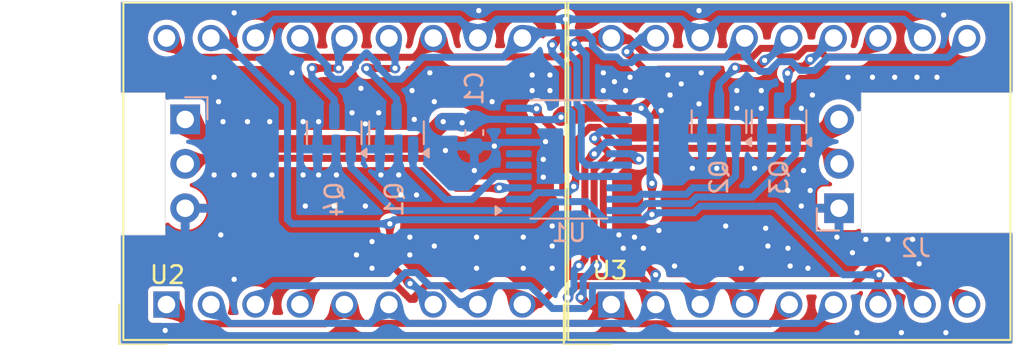
<source format=kicad_pcb>
(kicad_pcb (version 20240108) (generator "pcbnew") (generator_version "8.0")
  (layers (0 "F.Cu" signal) (31 "B.Cu" signal) (34 "B.Paste" user) (35 "F.Paste" user) (36 "B.SilkS" user "B.Silks") (37 "F.SilkS" user "F.Silks") (38 "B.Mask" user) (39 "F.Mask" user) (44 "Edge.Cuts" user))
  (net 0 "")
  (net 2 "Net-(U1-PC6)")
  (net 3 "Net-(U1-PC1)")
  (net 4 "Net-(U1-PC7)")
  (net 5 "Net-(U1-PC2)")
  (net 6 "Net-(U1-PC5)")
  (net 7 "Net-(U1-PC0)")
  (net 9 "Net-(U1-PC3)")
  (net 10 "Net-(U1-PC4)")
  (net 11 "GND")
  (net 12 "VCC")
  (net 13 "Net-(J1-Pin_2)")
  (net 14 "Net-(J2-Pin_2)")
  (net 15 "Net-(Q1-G)")
  (net 16 "Net-(Q1-D)")
  (net 17 "Net-(Q2-G)")
  (net 18 "Net-(Q2-D)")
  (net 19 "Net-(Q3-D)")
  (net 20 "Net-(Q3-G)")
  (net 21 "Net-(Q4-G)")
  (net 22 "Net-(Q4-D)")
  (footprint "Display_7Segment:DA56-11CGKWA" (layer "F.Cu") (at 153.7425 100.8825 90)
    (property "Reference" "U2")
    (property "Value" "DC56-11CGKWA" (hide yes))
  )
  (footprint "Display_7Segment:DA56-11CGKWA" (layer "F.Cu") (at 179.1425 100.8825 90)
    (property "Reference" "U3")
    (property "Value" "DC56-11CGKWA" (hide yes))
  )
  (footprint "Package_TO_SOT_SMD:SOT-23" (layer "B.Cu") (at 166.878 91.059 90)
    (property "Reference" "Q1")
    (property "Value" "AO3400A")
  )
  (footprint "Connector_PinHeader_2.54mm:PinHeader_1x03_P2.54mm_Horizontal" (layer "B.Cu") (at 154.813 90.297 180)
    (property "Reference" "J1" (hide yes))
    (property "Value" "Conn_01x03_Pin")
  )
  (footprint "Package_SO:TSSOP-20_4.4x6.5mm_P0.65mm" (layer "B.Cu") (at 176.7235 92.583)
    (property "Reference" "U1")
    (property "Value" "CH32V003FxPx")
  )
  (footprint "Capacitor_SMD:C_0603_1608Metric" (layer "B.Cu") (at 171.323 91.046 -90)
    (property "Reference" "C1")
    (property "Value" "C")
  )
  (footprint "Connector_PinHeader_2.54mm:PinHeader_1x03_P2.54mm_Horizontal" (layer "B.Cu") (at 192.151 95.377)
    (property "Reference" "J2")
    (property "Value" "Conn_01x03_Pin")
  )
  (footprint "Package_TO_SOT_SMD:SOT-23" (layer "B.Cu") (at 163.322 91.059 90)
    (property "Reference" "Q4")
    (property "Value" "AO3400A")
  )
  (footprint "Package_TO_SOT_SMD:SOT-23" (layer "B.Cu") (at 188.722 90.424 90)
    (property "Reference" "Q3")
    (property "Value" "AO3400A")
  )
  (footprint "Package_TO_SOT_SMD:SOT-23" (layer "B.Cu") (at 185.293 90.424 90)
    (property "Reference" "Q2")
    (property "Value" "AO3400A")
  )
  (gr_line (start 151.13 103.124) (end 202.057 103.124) (stroke (width 0.0381)) (layer "Edge.Cuts"))
  (gr_line (start 202.057 88.773) (end 193.421 88.773) (stroke (width 0.0381)) (layer "Edge.Cuts"))
  (gr_line (start 193.421 88.773) (end 193.421 96.774) (stroke (width 0.0381)) (layer "Edge.Cuts"))
  (gr_line (start 202.057 83.566) (end 151.13 83.566) (stroke (width 0.0381)) (layer "Edge.Cuts"))
  (gr_line (start 151.13 88.773) (end 153.67 88.773) (stroke (width 0.0381)) (layer "Edge.Cuts"))
  (gr_line (start 151.13 83.566) (end 151.13 88.773) (stroke (width 0.0381)) (layer "Edge.Cuts"))
  (gr_line (start 193.421 96.774) (end 202.057 96.774) (stroke (width 0.0381)) (layer "Edge.Cuts"))
  (gr_line (start 153.67 88.773) (end 153.67 96.901) (stroke (width 0.0381)) (layer "Edge.Cuts"))
  (gr_line (start 153.67 96.901) (end 151.13 96.901) (stroke (width 0.0381)) (layer "Edge.Cuts"))
  (gr_line (start 202.057 88.773) (end 202.057 83.566) (stroke (width 0.0381)) (layer "Edge.Cuts"))
  (gr_line (start 151.13 96.901) (end 151.13 103.124) (stroke (width 0.0381)) (layer "Edge.Cuts"))
  (gr_line (start 202.057 96.774) (end 202.057 103.124) (stroke (width 0.0381)) (layer "Edge.Cuts"))
  (segment (start 191.48929 86.741) (end 191.48929 86.765422) (width 0.4) (layer "B.Cu") (net 2))
  (segment (start 166.535789 87.994999) (end 165.7905 87.24971) (width 0.4) (layer "B.Cu") (net 2))
  (segment (start 174.361 85.344) (end 174.0625 85.6425) (width 0.4) (layer "B.Cu") (net 2))
  (segment (start 177.43 89.691997) (end 177.43 92.59229) (width 0.4) (layer "B.Cu") (net 2))
  (segment (start 198.364 86.741) (end 191.48929 86.741) (width 0.4) (layer "B.Cu") (net 2))
  (segment (start 180.283579 87.049579) (end 179.764155 87.049579) (width 0.4) (layer "B.Cu") (net 2))
  (segment (start 189.936906 87.495) (end 189.436906 86.995) (width 0.4) (layer "B.Cu") (net 2))
  (segment (start 177.6845 85.344) (end 176.464788 85.344) (width 0.4) (layer "B.Cu") (net 2))
  (segment (start 163.316288 87.995) (end 162.949 87.627712) (width 0.4) (layer "B.Cu") (net 2))
  (segment (start 190.759712 87.495) (end 189.936906 87.495) (width 0.4) (layer "B.Cu") (net 2))
  (segment (start 164.5365 87.294212) (end 163.835712 87.995) (width 0.4) (layer "B.Cu") (net 2))
  (segment (start 188.706534 86.995) (end 188.153623 87.547911) (width 0.4) (layer "B.Cu") (net 2))
  (segment (start 178.0655 85.725) (end 177.6845 85.344) (width 0.4) (layer "B.Cu") (net 2))
  (segment (start 164.5365 87.108288) (end 164.5365 87.294212) (width 0.4) (layer "B.Cu") (net 2))
  (segment (start 189.436906 86.995) (end 188.706534 86.995) (width 0.4) (layer "B.Cu") (net 2))
  (segment (start 162.949 87.257) (end 161.3625 85.6705) (width 0.4) (layer "B.Cu") (net 2))
  (segment (start 163.835712 87.995) (end 163.316288 87.995) (width 0.4) (layer "B.Cu") (net 2))
  (segment (start 165.7905 87.108288) (end 165.169212 86.487) (width 0.4) (layer "B.Cu") (net 2))
  (segment (start 179.434076 86.7195) (end 178.696391 86.7195) (width 0.4) (layer "B.Cu") (net 2))
  (segment (start 176.464788 85.344) (end 174.361 85.344) (width 0.4) (layer "B.Cu") (net 2))
  (segment (start 177.184 87.014) (end 177.184 89.445997) (width 0.4) (layer "B.Cu") (net 2))
  (segment (start 177.74571 92.908) (end 179.586 92.908) (width 0.4) (layer "B.Cu") (net 2))
  (segment (start 185.664 86.741) (end 180.592158 86.741) (width 0.4) (layer "B.Cu") (net 2))
  (segment (start 161.3625 85.6705) (end 161.3625 85.6425) (width 0.4) (layer "B.Cu") (net 2))
  (segment (start 191.48929 86.765422) (end 190.759712 87.495) (width 0.4) (layer "B.Cu") (net 2))
  (segment (start 177.184 89.445997) (end 177.43 89.691997) (width 0.4) (layer "B.Cu") (net 2))
  (segment (start 179.764155 87.049579) (end 179.434076 86.7195) (width 0.4) (layer "B.Cu") (net 2))
  (segment (start 178.0655 86.088609) (end 178.0655 85.725) (width 0.4) (layer "B.Cu") (net 2))
  (segment (start 167.148001 87.994999) (end 166.535789 87.994999) (width 0.4) (layer "B.Cu") (net 2))
  (segment (start 187.623911 87.547911) (end 186.7625 86.6865) (width 0.4) (layer "B.Cu") (net 2))
  (segment (start 176.403 85.405788) (end 176.403 86.233) (width 0.4) (layer "B.Cu") (net 2))
  (segment (start 162.949 87.627712) (end 162.949 87.257) (width 0.4) (layer "B.Cu") (net 2))
  (segment (start 177.43 92.59229) (end 177.74571 92.908) (width 0.4) (layer "B.Cu") (net 2))
  (segment (start 174.0625 85.6425) (end 172.964 86.741) (width 0.4) (layer "B.Cu") (net 2))
  (segment (start 168.402 86.741) (end 167.148001 87.994999) (width 0.4) (layer "B.Cu") (net 2))
  (segment (start 186.7625 85.6425) (end 185.664 86.741) (width 0.4) (layer "B.Cu") (net 2))
  (segment (start 165.169212 86.487) (end 165.157788 86.487) (width 0.4) (layer "B.Cu") (net 2))
  (segment (start 172.964 86.741) (end 168.402 86.741) (width 0.4) (layer "B.Cu") (net 2))
  (segment (start 199.4625 85.6425) (end 198.364 86.741) (width 0.4) (layer "B.Cu") (net 2))
  (segment (start 165.157788 86.487) (end 164.5365 87.108288) (width 0.4) (layer "B.Cu") (net 2))
  (segment (start 165.7905 87.24971) (end 165.7905 87.108288) (width 0.4) (layer "B.Cu") (net 2))
  (segment (start 188.153623 87.547911) (end 187.623911 87.547911) (width 0.4) (layer "B.Cu") (net 2))
  (segment (start 176.403 86.233) (end 177.184 87.014) (width 0.4) (layer "B.Cu") (net 2))
  (segment (start 178.696391 86.7195) (end 178.0655 86.088609) (width 0.4) (layer "B.Cu") (net 2))
  (segment (start 186.7625 86.6865) (end 186.7625 85.6425) (width 0.4) (layer "B.Cu") (net 2))
  (segment (start 180.592158 86.741) (end 180.283579 87.049579) (width 0.4) (layer "B.Cu") (net 2))
  (segment (start 181.483 87.881712) (end 181.483 89.023) (width 0.4) (layer "F.Cu") (net 3))
  (segment (start 166.497 96.266) (end 166.497 98.527178) (width 0.4) (layer "F.Cu") (net 3))
  (segment (start 194.437 99.1785) (end 194.3825 99.233) (width 0.4) (layer "F.Cu") (net 3))
  (segment (start 180.023867 86.422579) (end 181.483 87.881712) (width 0.4) (layer "F.Cu") (net 3))
  (segment (start 181.463674 93.95) (end 181.463674 95.731) (width 0.4) (layer "F.Cu") (net 3))
  (segment (start 181.483 89.023) (end 180.848 89.658) (width 0.4) (layer "F.Cu") (net 3))
  (segment (start 166.497 98.527178) (end 167.652411 99.682589) (width 0.4) (layer "F.Cu") (net 3))
  (segment (start 194.3825 99.233) (end 194.3825 100.8825) (width 0.4) (layer "F.Cu") (net 3))
  (via (at 180.023867 86.422579) (size 0.6) (drill 0.3) (layers "F.Cu" "B.Cu") (net 3))
  (via (at 180.848 89.658) (size 0.6) (drill 0.3) (layers "F.Cu" "B.Cu") (net 3))
  (via (at 166.497 96.266) (size 0.6) (drill 0.3) (layers "F.Cu" "B.Cu") (net 3))
  (via (at 167.652411 99.682589) (size 0.6) (drill 0.3) (layers "F.Cu" "B.Cu") (net 3))
  (via (at 194.437 99.1785) (size 0.6) (drill 0.3) (layers "F.Cu" "B.Cu") (net 3))
  (via (at 181.463674 95.731) (size 0.6) (drill 0.3) (layers "F.Cu" "B.Cu") (net 3))
  (via (at 181.463674 93.95) (size 0.6) (drill 0.3) (layers "F.Cu" "B.Cu") (net 3))
  (segment (start 166.497 96.266) (end 160.909 96.266) (width 0.4) (layer "B.Cu") (net 3))
  (segment (start 176.858862 95.015) (end 175.749 95.015) (width 0.4) (layer "B.Cu") (net 3))
  (segment (start 178.76886 96.035) (end 177.72986 94.996) (width 0.4) (layer "B.Cu") (net 3))
  (segment (start 167.652411 99.682589) (end 167.782589 99.682589) (width 0.4) (layer "B.Cu") (net 3))
  (segment (start 192.3965 99.1785) (end 194.437 99.1785) (width 0.4) (layer "B.Cu") (net 3))
  (segment (start 181.463674 95.731) (end 181.563674 95.631) (width 0.4) (layer "B.Cu") (net 3))
  (segment (start 180.023867 86.422133) (end 180.848 85.598) (width 0.4) (layer "B.Cu") (net 3))
  (segment (start 184.235579 95.262) (end 188.48 95.262) (width 0.4) (layer "B.Cu") (net 3))
  (segment (start 176.877862 94.996) (end 176.858862 95.015) (width 0.4) (layer "B.Cu") (net 3))
  (segment (start 180.952 96.035) (end 178.76886 96.035) (width 0.4) (layer "B.Cu") (net 3))
  (segment (start 181.256 95.731) (end 180.952 96.035) (width 0.4) (layer "B.Cu") (net 3))
  (segment (start 181.463674 93.95) (end 181.356 93.842326) (width 0.4) (layer "B.Cu") (net 3))
  (segment (start 160.909 96.266) (end 160.655 96.012) (width 0.4) (layer "B.Cu") (net 3))
  (segment (start 175.749 95.015) (end 174.729 96.035) (width 0.4) (layer "B.Cu") (net 3))
  (segment (start 160.655 96.012) (end 160.655 89.410288) (width 0.4) (layer "B.Cu") (net 3))
  (segment (start 167.782589 99.682589) (end 168.9825 100.8825) (width 0.4) (layer "B.Cu") (net 3))
  (segment (start 180.848 89.658) (end 179.586 89.658) (width 0.4) (layer "B.Cu") (net 3))
  (segment (start 181.356 90.166) (end 180.848 89.658) (width 0.4) (layer "B.Cu") (net 3))
  (segment (start 188.48 95.262) (end 192.3965 99.1785) (width 0.4) (layer "B.Cu") (net 3))
  (segment (start 156.887212 85.6425) (end 156.2825 85.6425) (width 0.4) (layer "B.Cu") (net 3))
  (segment (start 160.655 89.410288) (end 156.887212 85.6425) (width 0.4) (layer "B.Cu") (net 3))
  (segment (start 181.463674 95.731) (end 181.256 95.731) (width 0.4) (layer "B.Cu") (net 3))
  (segment (start 180.848 85.598) (end 181.638 85.598) (width 0.4) (layer "B.Cu") (net 3))
  (segment (start 166.728 96.035) (end 166.497 96.266) (width 0.4) (layer "B.Cu") (net 3))
  (segment (start 181.563674 95.631) (end 183.866579 95.631) (width 0.4) (layer "B.Cu") (net 3))
  (segment (start 181.356 93.842326) (end 181.356 90.166) (width 0.4) (layer "B.Cu") (net 3))
  (segment (start 180.023867 86.422579) (end 180.023867 86.422133) (width 0.4) (layer "B.Cu") (net 3))
  (segment (start 181.638 85.598) (end 181.6825 85.6425) (width 0.4) (layer "B.Cu") (net 3))
  (segment (start 183.866579 95.631) (end 184.235579 95.262) (width 0.4) (layer "B.Cu") (net 3))
  (segment (start 177.72986 94.996) (end 176.877862 94.996) (width 0.4) (layer "B.Cu") (net 3))
  (segment (start 174.729 96.035) (end 166.728 96.035) (width 0.4) (layer "B.Cu") (net 3))
  (segment (start 176.53 85.270788) (end 176.53 84.5655) (width 0.4) (layer "F.Cu") (net 4))
  (segment (start 175.768 86.032788) (end 176.53 85.270788) (width 0.4) (layer "F.Cu") (net 4))
  (via (at 176.53 84.5655) (size 0.6) (drill 0.3) (layers "F.Cu" "B.Cu") (net 4))
  (via (at 175.768 86.032788) (size 0.6) (drill 0.3) (layers "F.Cu" "B.Cu") (net 4))
  (segment (start 176.53 84.5655) (end 176.276 84.5655) (width 0.4) (layer "B.Cu") (net 4))
  (segment (start 176.903 93.21) (end 177.251 93.558) (width 0.4) (layer "B.Cu") (net 4))
  (segment (start 185.2995 84.5655) (end 195.8455 84.5655) (width 0.4) (layer "B.Cu") (net 4))
  (segment (start 177.251 93.558) (end 179.586 93.558) (width 0.4) (layer "B.Cu") (net 4))
  (segment (start 176.657 89.664288) (end 176.903 89.910288) (width 0.4) (layer "B.Cu") (net 4))
  (segment (start 184.2225 85.6425) (end 185.2995 84.5655) (width 0.4) (layer "B.Cu") (net 4))
  (segment (start 172.5995 84.5655) (end 171.5225 85.6425) (width 0.4) (layer "B.Cu") (net 4))
  (segment (start 184.2225 85.6425) (end 183.1455 84.5655) (width 0.4) (layer "B.Cu") (net 4))
  (segment (start 176.657 87.376) (end 176.657 89.664288) (width 0.4) (layer "B.Cu") (net 4))
  (segment (start 176.903 89.910288) (end 176.903 93.21) (width 0.4) (layer "B.Cu") (net 4))
  (segment (start 176.784 84.5655) (end 172.5995 84.5655) (width 0.4) (layer "B.Cu") (net 4))
  (segment (start 170.4455 84.5655) (end 159.8995 84.5655) (width 0.4) (layer "B.Cu") (net 4))
  (segment (start 159.8995 84.5655) (end 158.8225 85.6425) (width 0.4) (layer "B.Cu") (net 4))
  (segment (start 195.8455 84.5655) (end 196.9225 85.6425) (width 0.4) (layer "B.Cu") (net 4))
  (segment (start 171.5225 85.6425) (end 170.4455 84.5655) (width 0.4) (layer "B.Cu") (net 4))
  (segment (start 175.768 86.032788) (end 175.768 86.487) (width 0.4) (layer "B.Cu") (net 4))
  (segment (start 183.1455 84.5655) (end 176.784 84.5655) (width 0.4) (layer "B.Cu") (net 4))
  (segment (start 175.768 86.487) (end 176.657 87.376) (width 0.4) (layer "B.Cu") (net 4))
  (segment (start 181.2075 86.7195) (end 187.208609 86.7195) (width 0.4) (layer "F.Cu") (net 5))
  (segment (start 188.369891 86.233) (end 188.856391 86.7195) (width 0.4) (layer "F.Cu") (net 5))
  (segment (start 187.695109 86.233) (end 188.369891 86.233) (width 0.4) (layer "F.Cu") (net 5))
  (segment (start 193.3055 86.7195) (end 194.3825 85.6425) (width 0.4) (layer "F.Cu") (net 5))
  (segment (start 168.9825 85.6425) (end 167.884 86.741) (width 0.4) (layer "F.Cu") (net 5))
  (segment (start 177.3665 85.6425) (end 179.1425 85.6425) (width 0.4) (layer "F.Cu") (net 5))
  (segment (start 167.884 86.741) (end 154.841 86.741) (width 0.4) (layer "F.Cu") (net 5))
  (segment (start 190.909891 86.233) (end 191.396391 86.7195) (width 0.4) (layer "F.Cu") (net 5))
  (segment (start 154.841 86.741) (end 153.7425 85.6425) (width 0.4) (layer "F.Cu") (net 5))
  (segment (start 177.038 85.971) (end 177.3665 85.6425) (width 0.4) (layer "F.Cu") (net 5))
  (segment (start 188.856391 86.7195) (end 189.748609 86.7195) (width 0.4) (layer "F.Cu") (net 5))
  (segment (start 170.0595 86.7195) (end 168.9825 85.6425) (width 0.4) (layer "F.Cu") (net 5))
  (segment (start 189.748609 86.7195) (end 190.235109 86.233) (width 0.4) (layer "F.Cu") (net 5))
  (segment (start 179.1425 85.6425) (end 180.1305 85.6425) (width 0.4) (layer "F.Cu") (net 5))
  (segment (start 180.1305 85.6425) (end 181.2075 86.7195) (width 0.4) (layer "F.Cu") (net 5))
  (segment (start 177.038 85.971) (end 176.2895 86.7195) (width 0.4) (layer "F.Cu") (net 5))
  (segment (start 176.2895 86.7195) (end 170.0595 86.7195) (width 0.4) (layer "F.Cu") (net 5))
  (segment (start 187.208609 86.7195) (end 187.695109 86.233) (width 0.4) (layer "F.Cu") (net 5))
  (segment (start 190.235109 86.233) (end 190.909891 86.233) (width 0.4) (layer "F.Cu") (net 5))
  (segment (start 191.396391 86.7195) (end 193.3055 86.7195) (width 0.4) (layer "F.Cu") (net 5))
  (via (at 177.038 85.971) (size 0.6) (drill 0.3) (layers "F.Cu" "B.Cu") (net 5))
  (segment (start 178.848501 90.308) (end 179.586 90.308) (width 0.4) (layer "B.Cu") (net 5))
  (segment (start 177.068 85.971) (end 177.711 86.614) (width 0.4) (layer "B.Cu") (net 5))
  (segment (start 177.038 85.971) (end 177.068 85.971) (width 0.4) (layer "B.Cu") (net 5))
  (segment (start 177.711 86.614) (end 177.711 89.170499) (width 0.4) (layer "B.Cu") (net 5))
  (segment (start 177.711 89.170499) (end 178.848501 90.308) (width 0.4) (layer "B.Cu") (net 5))
  (segment (start 181.678002 99.1785) (end 181.251002 98.7515) (width 0.4) (layer "F.Cu") (net 6))
  (segment (start 178.689 93.472) (end 179.586 92.575) (width 0.4) (layer "F.Cu") (net 6))
  (segment (start 181.251002 98.7515) (end 179.294712 98.7515) (width 0.4) (layer "F.Cu") (net 6))
  (segment (start 178.689 98.145788) (end 178.689 93.472) (width 0.4) (layer "F.Cu") (net 6))
  (segment (start 179.586 92.575) (end 180.721 92.575) (width 0.4) (layer "F.Cu") (net 6))
  (segment (start 179.294712 98.7515) (end 178.689 98.145788) (width 0.4) (layer "F.Cu") (net 6))
  (via (at 180.721 92.575) (size 0.6) (drill 0.3) (layers "F.Cu" "B.Cu") (net 6))
  (via (at 181.678002 99.1785) (size 0.6) (drill 0.3) (layers "F.Cu" "B.Cu") (net 6))
  (segment (start 172.5995 99.8055) (end 174.508609 99.8055) (width 0.4) (layer "B.Cu") (net 6))
  (segment (start 171.5225 100.8825) (end 172.5995 99.8055) (width 0.4) (layer "B.Cu") (net 6))
  (segment (start 168.016589 99.055589) (end 168.7665 99.8055) (width 0.4) (layer "B.Cu") (net 6))
  (segment (start 170.505609 100.8825) (end 171.5225 100.8825) (width 0.4) (layer "B.Cu") (net 6))
  (segment (start 167.025411 99.422877) (end 167.392699 99.055589) (width 0.4) (layer "B.Cu") (net 6))
  (segment (start 185.2995 99.8055) (end 195.8455 99.8055) (width 0.4) (layer "B.Cu") (net 6))
  (segment (start 180.721 92.575) (end 180.59714 92.575) (width 0.4) (layer "B.Cu") (net 6))
  (segment (start 181.678002 99.1785) (end 181.61 99.246502) (width 0.4) (layer "B.Cu") (net 6))
  (segment (start 178.0655 100.6995) (end 178.0655 99.8055) (width 0.4) (layer "B.Cu") (net 6))
  (segment (start 174.508609 99.8055) (end 175.1395 100.436391) (width 0.4) (layer "B.Cu") (net 6))
  (segment (start 167.392699 99.055589) (end 168.016589 99.055589) (width 0.4) (layer "B.Cu") (net 6))
  (segment (start 168.7665 99.8055) (end 169.428609 99.8055) (width 0.4) (layer "B.Cu") (net 6))
  (segment (start 195.8455 99.8055) (end 196.9225 100.8825) (width 0.4) (layer "B.Cu") (net 6))
  (segment (start 169.428609 99.8055) (end 170.505609 100.8825) (width 0.4) (layer "B.Cu") (net 6))
  (segment (start 158.8225 100.8825) (end 159.8995 99.8055) (width 0.4) (layer "B.Cu") (net 6))
  (segment (start 181.61 99.246502) (end 181.61 99.8055) (width 0.4) (layer "B.Cu") (net 6))
  (segment (start 175.783144 101.107144) (end 177.657856 101.107144) (width 0.4) (layer "B.Cu") (net 6))
  (segment (start 178.0655 99.8055) (end 181.61 99.8055) (width 0.4) (layer "B.Cu") (net 6))
  (segment (start 177.657856 101.107144) (end 178.0655 100.6995) (width 0.4) (layer "B.Cu") (net 6))
  (segment (start 180.28014 92.258) (end 179.586 92.258) (width 0.4) (layer "B.Cu") (net 6))
  (segment (start 175.1395 100.4635) (end 175.783144 101.107144) (width 0.4) (layer "B.Cu") (net 6))
  (segment (start 184.2225 100.8825) (end 185.2995 99.8055) (width 0.4) (layer "B.Cu") (net 6))
  (segment (start 167.025411 99.437089) (end 167.025411 99.422877) (width 0.4) (layer "B.Cu") (net 6))
  (segment (start 166.657 99.8055) (end 167.025411 99.437089) (width 0.4) (layer "B.Cu") (net 6))
  (segment (start 159.8995 99.8055) (end 166.657 99.8055) (width 0.4) (layer "B.Cu") (net 6))
  (segment (start 183.1455 99.8055) (end 184.2225 100.8825) (width 0.4) (layer "B.Cu") (net 6))
  (segment (start 175.1395 100.436391) (end 175.1395 100.4635) (width 0.4) (layer "B.Cu") (net 6))
  (segment (start 181.61 99.8055) (end 183.1455 99.8055) (width 0.4) (layer "B.Cu") (net 6))
  (segment (start 180.59714 92.575) (end 180.28014 92.258) (width 0.4) (layer "B.Cu") (net 6))
  (segment (start 174.879 89.681) (end 174.879 89.942554) (width 0.4) (layer "F.Cu") (net 7))
  (segment (start 181.350791 99.8055) (end 180.823791 99.2785) (width 0.4) (layer "F.Cu") (net 7))
  (segment (start 183.776391 99.8055) (end 183.759891 99.822) (width 0.4) (layer "F.Cu") (net 7))
  (segment (start 194.696712 98.5515) (end 194.177288 98.5515) (width 0.4) (layer "F.Cu") (net 7))
  (segment (start 182.128609 99.8055) (end 181.350791 99.8055) (width 0.4) (layer "F.Cu") (net 7))
  (segment (start 194.177288 98.5515) (end 193.81 98.918788) (width 0.4) (layer "F.Cu") (net 7))
  (segment (start 183.759891 99.822) (end 182.145109 99.822) (width 0.4) (layer "F.Cu") (net 7))
  (segment (start 193.81 98.918788) (end 193.81 98.925) (width 0.4) (layer "F.Cu") (net 7))
  (segment (start 176.370223 91.433777) (end 176.370223 94.39106) (width 0.4) (layer "F.Cu") (net 7))
  (segment (start 198.3855 99.8055) (end 195.950712 99.8055) (width 0.4) (layer "F.Cu") (net 7))
  (segment (start 186.7625 100.8825) (end 185.6855 99.8055) (width 0.4) (layer "F.Cu") (net 7))
  (segment (start 167.9055 100.584) (end 167.667109 100.584) (width 0.4) (layer "F.Cu") (net 7))
  (segment (start 192.9295 99.8055) (end 187.8395 99.8055) (width 0.4) (layer "F.Cu") (net 7))
  (segment (start 176.657 94.677837) (end 176.657 99.2785) (width 0.4) (layer "F.Cu") (net 7))
  (segment (start 199.4625 100.8825) (end 198.3855 99.8055) (width 0.4) (layer "F.Cu") (net 7))
  (segment (start 193.81 98.925) (end 192.9295 99.8055) (width 0.4) (layer "F.Cu") (net 7))
  (segment (start 174.0625 100.8825) (end 172.9855 99.8055) (width 0.4) (layer "F.Cu") (net 7))
  (segment (start 174.879 89.942554) (end 176.370223 91.433777) (width 0.4) (layer "F.Cu") (net 7))
  (segment (start 195.950712 99.8055) (end 194.696712 98.5515) (width 0.4) (layer "F.Cu") (net 7))
  (segment (start 166.888609 99.8055) (end 162.4395 99.8055) (width 0.4) (layer "F.Cu") (net 7))
  (segment (start 167.9055 100.436391) (end 167.9055 100.584) (width 0.4) (layer "F.Cu") (net 7))
  (segment (start 185.6855 99.8055) (end 183.776391 99.8055) (width 0.4) (layer "F.Cu") (net 7))
  (segment (start 162.4395 99.8055) (end 161.3625 100.8825) (width 0.4) (layer "F.Cu") (net 7))
  (segment (start 172.9855 99.8055) (end 168.536391 99.8055) (width 0.4) (layer "F.Cu") (net 7))
  (segment (start 180.823791 99.2785) (end 176.657 99.2785) (width 0.4) (layer "F.Cu") (net 7))
  (segment (start 182.145109 99.822) (end 182.128609 99.8055) (width 0.4) (layer "F.Cu") (net 7))
  (segment (start 176.370223 94.39106) (end 176.657 94.677837) (width 0.4) (layer "F.Cu") (net 7))
  (segment (start 176.657 99.2785) (end 175.053 100.8825) (width 0.4) (layer "F.Cu") (net 7))
  (segment (start 168.536391 99.8055) (end 167.9055 100.436391) (width 0.4) (layer "F.Cu") (net 7))
  (segment (start 187.8395 99.8055) (end 186.7625 100.8825) (width 0.4) (layer "F.Cu") (net 7))
  (segment (start 175.053 100.8825) (end 174.0625 100.8825) (width 0.4) (layer "F.Cu") (net 7))
  (segment (start 167.667109 100.584) (end 166.888609 99.8055) (width 0.4) (layer "F.Cu") (net 7))
  (via (at 174.879 89.681) (size 0.6) (drill 0.3) (layers "F.Cu" "B.Cu") (net 7))
  (segment (start 174.55514 89.658) (end 173.861 89.658) (width 0.4) (layer "B.Cu") (net 7))
  (segment (start 174.879 89.681) (end 174.57814 89.681) (width 0.4) (layer "B.Cu") (net 7))
  (segment (start 174.57814 89.681) (end 174.55514 89.658) (width 0.4) (layer "B.Cu") (net 7))
  (segment (start 178.308 98.6515) (end 178.162 98.5055) (width 0.4) (layer "F.Cu") (net 9))
  (segment (start 180.241 101.981) (end 188.204 101.981) (width 0.4) (layer "F.Cu") (net 9))
  (segment (start 162.804 101.981) (end 163.9025 100.8825) (width 0.4) (layer "F.Cu") (net 9))
  (segment (start 178.162 98.5055) (end 178.162 93.163213) (width 0.4) (layer "F.Cu") (net 9))
  (segment (start 177.883 100.965) (end 179.06 100.965) (width 0.4) (layer "F.Cu") (net 9))
  (segment (start 178.162 93.163213) (end 178.968503 92.35671) (width 0.4) (layer "F.Cu") (net 9))
  (segment (start 178.0655 101.9595) (end 179.1425 100.8825) (width 0.4) (layer "F.Cu") (net 9))
  (segment (start 188.204 101.981) (end 189.3025 100.8825) (width 0.4) (layer "F.Cu") (net 9))
  (segment (start 178.968503 92.35671) (end 178.968503 92.174293) (width 0.4) (layer "F.Cu") (net 9))
  (segment (start 154.841 101.981) (end 162.804 101.981) (width 0.4) (layer "F.Cu") (net 9))
  (segment (start 178.968503 92.174293) (end 178.172999 91.378789) (width 0.4) (layer "F.Cu") (net 9))
  (segment (start 163.9025 100.8825) (end 164.9795 101.9595) (width 0.4) (layer "F.Cu") (net 9))
  (segment (start 179.1425 100.8825) (end 180.241 101.981) (width 0.4) (layer "F.Cu") (net 9))
  (segment (start 177.398144 100.480144) (end 177.883 100.965) (width 0.4) (layer "F.Cu") (net 9))
  (segment (start 179.06 100.965) (end 179.1425 100.8825) (width 0.4) (layer "F.Cu") (net 9))
  (segment (start 153.7425 100.8825) (end 154.841 101.981) (width 0.4) (layer "F.Cu") (net 9))
  (segment (start 164.9795 101.9595) (end 178.0655 101.9595) (width 0.4) (layer "F.Cu") (net 9))
  (via (at 177.398144 100.480144) (size 0.6) (drill 0.3) (layers "F.Cu" "B.Cu") (net 9))
  (via (at 178.308 98.6515) (size 0.6) (drill 0.3) (layers "F.Cu" "B.Cu") (net 9))
  (via (at 178.172999 91.378789) (size 0.6) (drill 0.3) (layers "F.Cu" "B.Cu") (net 9))
  (segment (start 178.308 98.6515) (end 177.5385 99.421) (width 0.4) (layer "B.Cu") (net 9))
  (segment (start 178.593788 90.958) (end 179.586 90.958) (width 0.4) (layer "B.Cu") (net 9))
  (segment (start 177.5385 100.339788) (end 177.398144 100.480144) (width 0.4) (layer "B.Cu") (net 9))
  (segment (start 178.172999 91.378789) (end 178.593788 90.958) (width 0.4) (layer "B.Cu") (net 9))
  (segment (start 177.5385 99.421) (end 177.5385 100.339788) (width 0.4) (layer "B.Cu") (net 9))
  (segment (start 180.6055 99.8055) (end 181.6825 100.8825) (width 0.4) (layer "F.Cu") (net 10))
  (segment (start 176.671141 100.480144) (end 176.671141 100.315859) (width 0.4) (layer "F.Cu") (net 10))
  (segment (start 176.671141 100.315859) (end 177.1815 99.8055) (width 0.4) (layer "F.Cu") (net 10))
  (segment (start 177.635 98.3085) (end 177.635 92.8035) (width 0.4) (layer "F.Cu") (net 10))
  (segment (start 177.635 92.8035) (end 178.173 92.2655) (width 0.4) (layer "F.Cu") (net 10))
  (segment (start 177.1815 99.8055) (end 180.6055 99.8055) (width 0.4) (layer "F.Cu") (net 10))
  (segment (start 177.292 98.6515) (end 177.635 98.3085) (width 0.4) (layer "F.Cu") (net 10))
  (via (at 176.671141 100.480144) (size 0.6) (drill 0.3) (layers "F.Cu" "B.Cu") (net 10))
  (via (at 178.173 92.2655) (size 0.6) (drill 0.3) (layers "F.Cu" "B.Cu") (net 10))
  (via (at 177.292 98.6515) (size 0.6) (drill 0.3) (layers "F.Cu" "B.Cu") (net 10))
  (segment (start 180.6055 101.9595) (end 181.6825 100.8825) (width 0.4) (layer "B.Cu") (net 10))
  (segment (start 167.5195 101.9595) (end 177.165 101.9595) (width 0.4) (layer "B.Cu") (net 10))
  (segment (start 177.165 101.9595) (end 180.6055 101.9595) (width 0.4) (layer "B.Cu") (net 10))
  (segment (start 157.3595 101.9595) (end 165.3655 101.9595) (width 0.4) (layer "B.Cu") (net 10))
  (segment (start 178.8305 91.608) (end 179.586 91.608) (width 0.4) (layer "B.Cu") (net 10))
  (segment (start 166.4425 100.8825) (end 167.5195 101.9595) (width 0.4) (layer "B.Cu") (net 10))
  (segment (start 181.6825 100.8825) (end 182.7595 101.9595) (width 0.4) (layer "B.Cu") (net 10))
  (segment (start 178.173 92.2655) (end 178.8305 91.608) (width 0.4) (layer "B.Cu") (net 10))
  (segment (start 177.0115 99.9755) (end 177.0115 98.932) (width 0.4) (layer "B.Cu") (net 10))
  (segment (start 182.7595 101.9595) (end 190.7655 101.9595) (width 0.4) (layer "B.Cu") (net 10))
  (segment (start 176.671141 100.315859) (end 177.0115 99.9755) (width 0.4) (layer "B.Cu") (net 10))
  (segment (start 176.671141 100.480144) (end 176.671141 100.315859) (width 0.4) (layer "B.Cu") (net 10))
  (segment (start 156.2825 100.8825) (end 157.3595 101.9595) (width 0.4) (layer "B.Cu") (net 10))
  (segment (start 165.3655 101.9595) (end 166.4425 100.8825) (width 0.4) (layer "B.Cu") (net 10))
  (segment (start 177.0115 98.932) (end 177.292 98.6515) (width 0.4) (layer "B.Cu") (net 10))
  (segment (start 190.7655 101.9595) (end 191.8425 100.8825) (width 0.4) (layer "B.Cu") (net 10))
  (via (at 189.992 95.25) (size 0.6) (drill 0.3) (layers "F.Cu" "B.Cu") (net 11))
  (via (at 192.024 97.028) (size 0.6) (drill 0.3) (layers "F.Cu" "B.Cu") (net 11))
  (via (at 180.213 87.884) (size 0.6) (drill 0.3) (layers "F.Cu" "B.Cu") (net 11))
  (via (at 163.322 95.25) (size 0.6) (drill 0.3) (layers "F.Cu" "B.Cu") (net 11))
  (via (at 159.639 90.424) (size 0.6) (drill 0.3) (layers "F.Cu" "B.Cu") (net 11))
  (via (at 169.037 89.281) (size 0.6) (drill 0.3) (layers "F.Cu" "B.Cu") (net 11))
  (via (at 183.769 93.091) (size 0.6) (drill 0.3) (layers "F.Cu" "B.Cu") (net 11))
  (via (at 186.563 98.806) (size 0.6) (drill 0.3) (layers "F.Cu" "B.Cu") (net 11))
  (via (at 187.706 89.662) (size 0.6) (drill 0.3) (layers "F.Cu" "B.Cu") (net 11))
  (via (at 179.959 88.646) (size 0.6) (drill 0.3) (layers "F.Cu" "B.Cu") (net 11))
  (via (at 174.117 98.806) (size 0.6) (drill 0.3) (layers "F.Cu" "B.Cu") (net 11))
  (via (at 175.26 92.583) (size 0.6) (drill 0.3) (layers "F.Cu" "B.Cu") (net 11))
  (via (at 189.992 89.662) (size 0.6) (drill 0.3) (layers "F.Cu" "B.Cu") (net 11))
  (via (at 174.625 88.646) (size 0.6) (drill 0.3) (layers "F.Cu" "B.Cu") (net 11))
  (via (at 189.357 98.679) (size 0.6) (drill 0.3) (layers "F.Cu" "B.Cu") (net 11))
  (via (at 196.723 98.552) (size 0.6) (drill 0.3) (layers "F.Cu" "B.Cu") (net 11))
  (via (at 193.167 102.489) (size 0.6) (drill 0.3) (layers "F.Cu" "B.Cu") (net 11))
  (via (at 184.15 84.074) (size 0.6) (drill 0.3) (layers "F.Cu" "B.Cu") (net 11))
  (via (at 169.672 92.075) (size 0.6) (drill 0.3) (layers "F.Cu" "B.Cu") (net 11))
  (via (at 163.449 93.472) (size 0.6) (drill 0.3) (layers "F.Cu" "B.Cu") (net 11))
  (via (at 156.464 93.472) (size 0.6) (drill 0.3) (layers "F.Cu" "B.Cu") (net 11))
  (via (at 188.087 97.536) (size 0.6) (drill 0.3) (layers "F.Cu" "B.Cu") (net 11))
  (via (at 162.433 90.424) (size 0.6) (drill 0.3) (layers "F.Cu" "B.Cu") (net 11))
  (via (at 157.607 93.472) (size 0.6) (drill 0.3) (layers "F.Cu" "B.Cu") (net 11))
  (via (at 195.707 102.489) (size 0.6) (drill 0.3) (layers "F.Cu" "B.Cu") (net 11))
  (via (at 156.972 90.424) (size 0.6) (drill 0.3) (layers "F.Cu" "B.Cu") (net 11))
  (via (at 175.26 93.599) (size 0.6) (drill 0.3) (layers "F.Cu" "B.Cu") (net 11))
  (via (at 172.466 91.821) (size 0.6) (drill 0.3) (layers "F.Cu" "B.Cu") (net 11))
  (via (at 184.277 87.63) (size 0.6) (drill 0.3) (layers "F.Cu" "B.Cu") (net 11))
  (via (at 175.768 97.536) (size 0.6) (drill 0.3) (layers "F.Cu" "B.Cu") (net 11))
  (via (at 158.75 93.472) (size 0.6) (drill 0.3) (layers "F.Cu" "B.Cu") (net 11))
  (via (at 190.373 98.806) (size 0.6) (drill 0.3) (layers "F.Cu" "B.Cu") (net 11))
  (via (at 165.481 98.806) (size 0.6) (drill 0.3) (layers "F.Cu" "B.Cu") (net 11))
  (via (at 192.913 97.917) (size 0.6) (drill 0.3) (layers "F.Cu" "B.Cu") (net 11))
  (via (at 165.1 90.551) (size 0.6) (drill 0.3) (layers "F.Cu" "B.Cu") (net 11))
  (via (at 178.689 88.646) (size 0.6) (drill 0.3) (layers "F.Cu" "B.Cu") (net 11))
  (via (at 161.544 93.472) (size 0.6) (drill 0.3) (layers "F.Cu" "B.Cu") (net 11))
  (via (at 197.739 87.884) (size 0.6) (drill 0.3) (layers "F.Cu" "B.Cu") (net 11))
  (via (at 157.607 84.201) (size 0.6) (drill 0.3) (layers "F.Cu" "B.Cu") (net 11))
  (via (at 181.864 96.647) (size 0.6) (drill 0.3) (layers "F.Cu" "B.Cu") (net 11))
  (via (at 185.674 96.393) (size 0.6) (drill 0.3) (layers "F.Cu" "B.Cu") (net 11))
  (via (at 189.23 94.361) (size 0.6) (drill 0.3) (layers "F.Cu" "B.Cu") (net 11))
  (via (at 187.325 93.091) (size 0.6) (drill 0.3) (layers "F.Cu" "B.Cu") (net 11))
  (via (at 195.326 87.884) (size 0.6) (drill 0.3) (layers "F.Cu" "B.Cu") (net 11))
  (via (at 167.005 93.472) (size 0.6) (drill 0.3) (layers "F.Cu" "B.Cu") (net 11))
  (via (at 171.45 98.806) (size 0.6) (drill 0.3) (layers "F.Cu" "B.Cu") (net 11))
  (via (at 186.309 89.662) (size 0.6) (drill 0.3) (layers "F.Cu" "B.Cu") (net 11))
  (via (at 192.659 87.884) (size 0.6) (drill 0.3) (layers "F.Cu" "B.Cu") (net 11))
  (via (at 180.467 97.028) (size 0.6) (drill 0.3) (layers "F.Cu" "B.Cu") (net 11))
  (via (at 179.832 97.663) (size 0.6) (drill 0.3) (layers "F.Cu" "B.Cu") (net 11))
  (via (at 175.768 98.806) (size 0.6) (drill 0.3) (layers "F.Cu" "B.Cu") (net 11))
  (via (at 156.845 96.901) (size 0.6) (drill 0.3) (layers "F.Cu" "B.Cu") (net 11))
  (via (at 189.23 97.663) (size 0.6) (drill 0.3) (layers "F.Cu" "B.Cu") (net 11))
  (via (at 167.132 94.615) (size 0.6) (drill 0.3) (layers "F.Cu" "B.Cu") (net 11))
  (via (at 156.464 87.884) (size 0.6) (drill 0.3) (layers "F.Cu" "B.Cu") (net 11))
  (via (at 187.706 88.646) (size 0.6) (drill 0.3) (layers "F.Cu" "B.Cu") (net 11))
  (via (at 167.894 90.297) (size 0.6) (drill 0.3) (layers "F.Cu" "B.Cu") (net 11))
  (via (at 158.369 90.424) (size 0.6) (drill 0.3) (layers "F.Cu" "B.Cu") (net 11))
  (via (at 164.338 89.916) (size 0.6) (drill 0.3) (layers "F.Cu" "B.Cu") (net 11))
  (via (at 180.975 97.663) (size 0.6) (drill 0.3) (layers "F.Cu" "B.Cu") (net 11))
  (via (at 161.544 90.424) (size 0.6) (drill 0.3) (layers "F.Cu" "B.Cu") (net 11))
  (via (at 175.641 88.646) (size 0.6) (drill 0.3) (layers "F.Cu" "B.Cu") (net 11))
  (via (at 174.117 97.028) (size 0.6) (drill 0.3) (layers "F.Cu" "B.Cu") (net 11))
  (via (at 181.991 89.789) (size 0.6) (drill 0.3) (layers "F.Cu" "B.Cu") (net 11))
  (via (at 185.166 93.091) (size 0.6) (drill 0.3) (layers "F.Cu" "B.Cu") (net 11))
  (via (at 165.1 95.25) (size 0.6) (drill 0.3) (layers "F.Cu" "B.Cu") (net 11))
  (via (at 171.577 84.074) (size 0.6) (drill 0.3) (layers "F.Cu" "B.Cu") (net 11))
  (via (at 162.433 93.472) (size 0.6) (drill 0.3) (layers "F.Cu" "B.Cu") (net 11))
  (via (at 196.596 87.884) (size 0.6) (drill 0.3) (layers "F.Cu" "B.Cu") (net 11))
  (via (at 168.783 87.63) (size 0.6) (drill 0.3) (layers "F.Cu" "B.Cu") (net 11))
  (via (at 168.021 94.615) (size 0.6) (drill 0.3) (layers "F.Cu" "B.Cu") (net 11))
  (via (at 190.119 93.218) (size 0.6) (drill 0.3) (layers "F.Cu" "B.Cu") (net 11))
  (via (at 183.134 88.265) (size 0.6) (drill 0.3) (layers "F.Cu" "B.Cu") (net 11))
  (via (at 175.768 96.393) (size 0.6) (drill 0.3) (layers "F.Cu" "B.Cu") (net 11))
  (via (at 193.675 97.155) (size 0.6) (drill 0.3) (layers "F.Cu" "B.Cu") (net 11))
  (via (at 161.671 95.25) (size 0.6) (drill 0.3) (layers "F.Cu" "B.Cu") (net 11))
  (via (at 190.5 94.361) (size 0.6) (drill 0.3) (layers "F.Cu" "B.Cu") (net 11))
  (via (at 171.45 97.028) (size 0.6) (drill 0.3) (layers "F.Cu" "B.Cu") (net 11))
  (via (at 184.15 89.408) (size 0.6) (drill 0.3) (layers "F.Cu" "B.Cu") (net 11))
  (via (at 156.718 89.281) (size 0.6) (drill 0.3) (layers "F.Cu" "B.Cu") (net 11))
  (via (at 165.989 93.472) (size 0.6) (drill 0.3) (layers "F.Cu" "B.Cu") (net 11))
  (via (at 186.309 88.646) (size 0.6) (drill 0.3) (layers "F.Cu" "B.Cu") (net 11))
  (via (at 160.909 87.63) (size 0.6) (drill 0.3) (layers "F.Cu" "B.Cu") (net 11))
  (via (at 179.578 96.901) (size 0.6) (drill 0.3) (layers "F.Cu" "B.Cu") (net 11))
  (via (at 190.627 88.9) (size 0.6) (drill 0.3) (layers "F.Cu" "B.Cu") (net 11))
  (via (at 164.592 98.044) (size 0.6) (drill 0.3) (layers "F.Cu" "B.Cu") (net 11))
  (via (at 178.689 87.63) (size 0.6) (drill 0.3) (layers "F.Cu" "B.Cu") (net 11))
  (via (at 182.753 98.679) (size 0.6) (drill 0.3) (layers "F.Cu" "B.Cu") (net 11))
  (via (at 171.323 93.218) (size 0.6) (drill 0.3) (layers "F.Cu" "B.Cu") (net 11))
  (via (at 167.767 88.646) (size 0.6) (drill 0.3) (layers "F.Cu" "B.Cu") (net 11))
  (via (at 159.766 93.472) (size 0.6) (drill 0.3) (layers "F.Cu" "B.Cu") (net 11))
  (via (at 175.641 87.757) (size 0.6) (drill 0.3) (layers "F.Cu" "B.Cu") (net 11))
  (via (at 198.247 102.489) (size 0.6) (drill 0.3) (layers "F.Cu" "B.Cu") (net 11))
  (via (at 157.607 99.441) (size 0.6) (drill 0.3) (layers "F.Cu" "B.Cu") (net 11))
  (via (at 165.481 97.282) (size 0.6) (drill 0.3) (layers "F.Cu" "B.Cu") (net 11))
  (via (at 175.387 91.567) (size 0.6) (drill 0.3) (layers "F.Cu" "B.Cu") (net 11))
  (via (at 182.372 87.757) (size 0.6) (drill 0.3) (layers "F.Cu" "B.Cu") (net 11))
  (via (at 182.499 88.9) (size 0.6) (drill 0.3) (layers "F.Cu" "B.Cu") (net 11))
  (via (at 198.12 84.328) (size 0.6) (drill 0.3) (layers "F.Cu" "B.Cu") (net 11))
  (via (at 196.342 97.155) (size 0.6) (drill 0.3) (layers "F.Cu" "B.Cu") (net 11))
  (via (at 164.846 88.519) (size 0.6) (drill 0.3) (layers "F.Cu" "B.Cu") (net 11))
  (via (at 169.037 97.536) (size 0.6) (drill 0.3) (layers "F.Cu" "B.Cu") (net 11))
  (via (at 153.67 102.362) (size 0.6) (drill 0.3) (layers "F.Cu" "B.Cu") (net 11))
  (via (at 179.324 88.138) (size 0.6) (drill 0.3) (layers "F.Cu" "B.Cu") (net 11))
  (via (at 167.64 98.044) (size 0.6) (drill 0.3) (layers "F.Cu" "B.Cu") (net 11))
  (via (at 165.862 89.916) (size 0.6) (drill 0.3) (layers "F.Cu" "B.Cu") (net 11))
  (via (at 194.945 97.155) (size 0.6) (drill 0.3) (layers "F.Cu" "B.Cu") (net 11))
  (via (at 167.64 97.028) (size 0.6) (drill 0.3) (layers "F.Cu" "B.Cu") (net 11))
  (via (at 194.056 87.884) (size 0.6) (drill 0.3) (layers "F.Cu" "B.Cu") (net 11))
  (via (at 174.625 87.757) (size 0.6) (drill 0.3) (layers "F.Cu" "B.Cu") (net 11))
  (via (at 172.339 89.281) (size 0.6) (drill 0.3) (layers "F.Cu" "B.Cu") (net 11))
  (via (at 187.96 96.52) (size 0.6) (drill 0.3) (layers "F.Cu" "B.Cu") (net 11))
  (segment (start 175.387 91.567) (end 175.346 91.608) (width 0.4) (layer "B.Cu") (net 11))
  (segment (start 175.387 91.567) (end 175.428 91.608) (width 0.4) (layer "B.Cu") (net 11))
  (segment (start 175.346 91.608) (end 173.861 91.608) (width 0.4) (layer "B.Cu") (net 11))
  (segment (start 172.679 91.608) (end 173.861 91.608) (width 0.4) (layer "B.Cu") (net 11))
  (segment (start 172.466 91.821) (end 172.679 91.608) (width 0.4) (layer "B.Cu") (net 11))
  (segment (start 178.824789 89.924789) (end 179.959 91.059) (width 1) (layer "F.Cu") (net 12))
  (segment (start 177.570732 89.924789) (end 178.824789 89.924789) (width 1) (layer "F.Cu") (net 12))
  (segment (start 179.959 91.059) (end 191.389 91.059) (width 1) (layer "F.Cu") (net 12))
  (segment (start 156.21 91.694) (end 154.813 90.297) (width 1) (layer "F.Cu") (net 12))
  (segment (start 170.561 90.424) (end 169.545 90.424) (width 1) (layer "F.Cu") (net 12))
  (segment (start 177.452521 90.043) (end 177.570732 89.924789) (width 1) (layer "F.Cu") (net 12))
  (segment (start 168.275 91.694) (end 156.21 91.694) (width 1) (layer "F.Cu") (net 12))
  (segment (start 170.6245 90.4875) (end 170.561 90.424) (width 1) (layer "F.Cu") (net 12))
  (segment (start 176.276 90.17) (end 176.403 90.043) (width 1) (layer "F.Cu") (net 12))
  (segment (start 169.545 90.424) (end 168.275 91.694) (width 1) (layer "F.Cu") (net 12))
  (segment (start 191.389 91.059) (end 192.151 90.297) (width 1) (layer "F.Cu") (net 12))
  (segment (start 176.403 90.043) (end 177.452521 90.043) (width 1) (layer "F.Cu") (net 12))
  (via (at 170.6245 90.4875) (size 0.6) (drill 0.3) (layers "F.Cu" "B.Cu") (net 12))
  (via (at 169.545 90.424) (size 0.6) (drill 0.3) (layers "F.Cu" "B.Cu") (net 12))
  (via (at 176.276 90.17) (size 0.6) (drill 0.3) (layers "F.Cu" "B.Cu") (net 12))
  (segment (start 171.323 90.271) (end 171.341 90.289) (width 0.4) (layer "B.Cu") (net 12))
  (segment (start 173.842 90.289) (end 173.861 90.308) (width 0.4) (layer "B.Cu") (net 12))
  (segment (start 170.561 90.424) (end 169.545 90.424) (width 1) (layer "B.Cu") (net 12))
  (segment (start 176.138 90.308) (end 173.861 90.308) (width 0.4) (layer "B.Cu") (net 12))
  (segment (start 176.276 90.17) (end 176.138 90.308) (width 0.4) (layer "B.Cu") (net 12))
  (segment (start 171.341 90.289) (end 173.842 90.289) (width 0.4) (layer "B.Cu") (net 12))
  (segment (start 170.6245 90.4875) (end 170.561 90.424) (width 1) (layer "B.Cu") (net 12))
  (segment (start 171.1065 90.4875) (end 170.6245 90.4875) (width 1) (layer "B.Cu") (net 12))
  (segment (start 171.323 90.271) (end 171.1065 90.4875) (width 1) (layer "B.Cu") (net 12))
  (segment (start 172.72 94.234) (end 170.307 94.234) (width 0.4) (layer "F.Cu") (net 13))
  (segment (start 168.594 92.521) (end 155.129 92.521) (width 0.4) (layer "F.Cu") (net 13))
  (segment (start 155.129 92.521) (end 154.813 92.837) (width 0.4) (layer "F.Cu") (net 13))
  (segment (start 172.746 94.208) (end 172.72 94.234) (width 0.4) (layer "F.Cu") (net 13))
  (segment (start 170.307 94.234) (end 168.594 92.521) (width 0.4) (layer "F.Cu") (net 13))
  (via (at 172.746 94.208) (size 0.6) (drill 0.3) (layers "F.Cu" "B.Cu") (net 13))
  (segment (start 172.746 94.208) (end 173.861 94.208) (width 0.4) (layer "B.Cu") (net 13))
  (segment (start 191.262 91.948) (end 192.151 92.837) (width 0.4) (layer "F.Cu") (net 14))
  (segment (start 177.913287 90.751789) (end 178.432711 90.751789) (width 0.4) (layer "F.Cu") (net 14))
  (segment (start 176.997223 94.131348) (end 177.108 94.020571) (width 0.4) (layer "F.Cu") (net 14))
  (segment (start 178.432711 90.751789) (end 179.628922 91.948) (width 0.4) (layer "F.Cu") (net 14))
  (segment (start 179.628922 91.948) (end 191.262 91.948) (width 0.4) (layer "F.Cu") (net 14))
  (segment (start 177.108 91.557076) (end 177.913287 90.751789) (width 0.4) (layer "F.Cu") (net 14))
  (segment (start 177.108 94.020571) (end 177.108 91.557076) (width 0.4) (layer "F.Cu") (net 14))
  (via (at 176.997223 94.131348) (size 0.6) (drill 0.3) (layers "F.Cu" "B.Cu") (net 14))
  (segment (start 174.55514 94.858) (end 173.861 94.858) (width 0.4) (layer "B.Cu") (net 14))
  (segment (start 176.640571 94.488) (end 174.92514 94.488) (width 0.4) (layer "B.Cu") (net 14))
  (segment (start 174.92514 94.488) (end 174.55514 94.858) (width 0.4) (layer "B.Cu") (net 14))
  (segment (start 176.997223 94.131348) (end 176.640571 94.488) (width 0.4) (layer "B.Cu") (net 14))
  (segment (start 167.828 93.025) (end 167.828 91.9965) (width 0.4) (layer "B.Cu") (net 15))
  (segment (start 171.198288 94.869) (end 169.672 94.869) (width 0.4) (layer "B.Cu") (net 15))
  (segment (start 173.861 93.558) (end 172.509288 93.558) (width 0.4) (layer "B.Cu") (net 15))
  (segment (start 169.672 94.869) (end 167.828 93.025) (width 0.4) (layer "B.Cu") (net 15))
  (segment (start 172.509288 93.558) (end 171.198288 94.869) (width 0.4) (layer "B.Cu") (net 15))
  (segment (start 166.779227 87.384273) (end 166.795501 87.367999) (width 0.4) (layer "F.Cu") (net 16))
  (segment (start 165.156999 87.384273) (end 166.779227 87.384273) (width 0.4) (layer "F.Cu") (net 16))
  (via (at 165.156999 87.384273) (size 0.6) (drill 0.3) (layers "F.Cu" "B.Cu") (net 16))
  (via (at 166.795501 87.367999) (size 0.6) (drill 0.3) (layers "F.Cu" "B.Cu") (net 16))
  (segment (start 166.795501 85.995501) (end 166.4425 85.6425) (width 0.4) (layer "B.Cu") (net 16))
  (segment (start 165.156999 87.384273) (end 166.878 89.105274) (width 0.4) (layer "B.Cu") (net 16))
  (segment (start 166.878 89.105274) (end 166.878 90.1215) (width 0.4) (layer "B.Cu") (net 16))
  (segment (start 166.795501 87.367999) (end 166.795501 85.995501) (width 0.4) (layer "B.Cu") (net 16))
  (segment (start 183.429997 94.577) (end 180.864 94.577) (width 0.4) (layer "B.Cu") (net 17))
  (segment (start 180.583 94.858) (end 179.586 94.858) (width 0.4) (layer "B.Cu") (net 17))
  (segment (start 183.798997 94.208) (end 183.429997 94.577) (width 0.4) (layer "B.Cu") (net 17))
  (segment (start 180.864 94.577) (end 180.583 94.858) (width 0.4) (layer "B.Cu") (net 17))
  (segment (start 185.573 94.208) (end 183.798997 94.208) (width 0.4) (layer "B.Cu") (net 17))
  (segment (start 186.243 91.3615) (end 186.243 93.538) (width 0.4) (layer "B.Cu") (net 17))
  (segment (start 186.243 93.538) (end 185.573 94.208) (width 0.4) (layer "B.Cu") (net 17))
  (segment (start 186.241 87.376) (end 186.2115 87.3465) (width 0.4) (layer "F.Cu") (net 18))
  (segment (start 187.893911 86.920911) (end 187.438822 87.376) (width 0.4) (layer "F.Cu") (net 18))
  (segment (start 187.438822 87.376) (end 186.241 87.376) (width 0.4) (layer "F.Cu") (net 18))
  (via (at 187.893911 86.920911) (size 0.6) (drill 0.3) (layers "F.Cu" "B.Cu") (net 18))
  (via (at 186.2115 87.3465) (size 0.6) (drill 0.3) (layers "F.Cu" "B.Cu") (net 18))
  (segment (start 186.2115 87.3465) (end 185.293 88.265) (width 0.4) (layer "B.Cu") (net 18))
  (segment (start 187.893911 86.920911) (end 188.024089 86.920911) (width 0.4) (layer "B.Cu") (net 18))
  (segment (start 188.024089 86.920911) (end 189.3025 85.6425) (width 0.4) (layer "B.Cu") (net 18))
  (segment (start 185.293 88.265) (end 185.293 89.4865) (width 0.4) (layer "B.Cu") (net 18))
  (segment (start 189.611 87.249) (end 190.119 87.249) (width 0.4) (layer "F.Cu") (net 19))
  (segment (start 189.207597 87.652403) (end 189.611 87.249) (width 0.4) (layer "F.Cu") (net 19))
  (segment (start 190.119 87.249) (end 190.5 86.868) (width 0.4) (layer "F.Cu") (net 19))
  (via (at 189.207597 87.652403) (size 0.6) (drill 0.3) (layers "F.Cu" "B.Cu") (net 19))
  (via (at 190.5 86.868) (size 0.6) (drill 0.3) (layers "F.Cu" "B.Cu") (net 19))
  (segment (start 190.5 86.868) (end 190.617 86.868) (width 0.4) (layer "B.Cu") (net 19))
  (segment (start 189.207597 87.652403) (end 189.207597 89.000903) (width 0.4) (layer "B.Cu") (net 19))
  (segment (start 189.207597 89.000903) (end 188.722 89.4865) (width 0.4) (layer "B.Cu") (net 19))
  (segment (start 190.617 86.868) (end 191.8425 85.6425) (width 0.4) (layer "B.Cu") (net 19))
  (segment (start 180.73371 95.508) (end 181.13771 95.104) (width 0.4) (layer "B.Cu") (net 20))
  (segment (start 183.648288 95.104) (end 184.017288 94.735) (width 0.4) (layer "B.Cu") (net 20))
  (segment (start 187.205 94.735) (end 189.672 92.268) (width 0.4) (layer "B.Cu") (net 20))
  (segment (start 189.672 92.268) (end 189.672 91.3615) (width 0.4) (layer "B.Cu") (net 20))
  (segment (start 181.13771 95.104) (end 183.648288 95.104) (width 0.4) (layer "B.Cu") (net 20))
  (segment (start 179.586 95.508) (end 180.73371 95.508) (width 0.4) (layer "B.Cu") (net 20))
  (segment (start 184.017288 94.735) (end 187.205 94.735) (width 0.4) (layer "B.Cu") (net 20))
  (segment (start 166.755 95.508) (end 173.861 95.508) (width 0.4) (layer "B.Cu") (net 21))
  (segment (start 164.272 93.025) (end 166.755 95.508) (width 0.4) (layer "B.Cu") (net 21))
  (segment (start 164.272 91.9965) (end 164.272 93.025) (width 0.4) (layer "B.Cu") (net 21))
  (segment (start 162.059999 87.368001) (end 163.576 87.368001) (width 0.4) (layer "F.Cu") (net 22))
  (segment (start 163.83 85.715) (end 163.9025 85.6425) (width 0.4) (layer "F.Cu") (net 22))
  (segment (start 162.052 87.376) (end 162.059999 87.368001) (width 0.4) (layer "F.Cu") (net 22))
  (via (at 163.576 87.368001) (size 0.6) (drill 0.3) (layers "F.Cu" "B.Cu") (net 22))
  (via (at 162.052 87.376) (size 0.6) (drill 0.3) (layers "F.Cu" "B.Cu") (net 22))
  (segment (start 163.576 87.368001) (end 163.576 85.969) (width 0.4) (layer "B.Cu") (net 22))
  (segment (start 162.052 87.884) (end 163.322 89.154) (width 0.4) (layer "B.Cu") (net 22))
  (segment (start 163.322 89.154) (end 163.322 90.1215) (width 0.4) (layer "B.Cu") (net 22))
  (segment (start 163.576 85.969) (end 163.9025 85.6425) (width 0.4) (layer "B.Cu") (net 22))
  (segment (start 162.052 87.376) (end 162.052 87.884) (width 0.4) (layer "B.Cu") (net 22))
  (zone (net 11) (net_name "GND") (layer "F.Cu") (connect_pads (clearance 0.3)) (min_thickness 0.25) (fill yes (thermal_gap 0.4) (thermal_bridge_width 0.5))
    (polygon (pts (xy 202.057 83.566) (xy 151.13 83.566) (xy 151.13 103.124) (xy 202.057 103.124)))
  )
  (zone (net 11) (net_name "GND") (layer "B.Cu") (priority 1) (connect_pads (clearance 0.3)) (min_thickness 0.25) (fill yes (thermal_gap 0.5) (thermal_bridge_width 0.5))
    (polygon (pts (xy 202.057 83.566) (xy 151.13 83.566) (xy 151.13 103.124) (xy 202.057 103.124)))
  )
)
</source>
